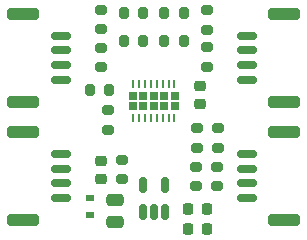
<source format=gbr>
%TF.GenerationSoftware,KiCad,Pcbnew,6.0.4-6f826c9f35~116~ubuntu20.04.1*%
%TF.CreationDate,2022-03-29T21:57:42+00:00*%
%TF.ProjectId,TFI2CADT01A,54464932-4341-4445-9430-31412e6b6963,rev?*%
%TF.SameCoordinates,PX7a53eb0PY6e37550*%
%TF.FileFunction,Paste,Bot*%
%TF.FilePolarity,Positive*%
%FSLAX46Y46*%
G04 Gerber Fmt 4.6, Leading zero omitted, Abs format (unit mm)*
G04 Created by KiCad (PCBNEW 6.0.4-6f826c9f35~116~ubuntu20.04.1) date 2022-03-29 21:57:42*
%MOMM*%
%LPD*%
G01*
G04 APERTURE LIST*
G04 Aperture macros list*
%AMRoundRect*
0 Rectangle with rounded corners*
0 $1 Rounding radius*
0 $2 $3 $4 $5 $6 $7 $8 $9 X,Y pos of 4 corners*
0 Add a 4 corners polygon primitive as box body*
4,1,4,$2,$3,$4,$5,$6,$7,$8,$9,$2,$3,0*
0 Add four circle primitives for the rounded corners*
1,1,$1+$1,$2,$3*
1,1,$1+$1,$4,$5*
1,1,$1+$1,$6,$7*
1,1,$1+$1,$8,$9*
0 Add four rect primitives between the rounded corners*
20,1,$1+$1,$2,$3,$4,$5,0*
20,1,$1+$1,$4,$5,$6,$7,0*
20,1,$1+$1,$6,$7,$8,$9,0*
20,1,$1+$1,$8,$9,$2,$3,0*%
G04 Aperture macros list end*
%ADD10RoundRect,0.200000X0.200000X0.275000X-0.200000X0.275000X-0.200000X-0.275000X0.200000X-0.275000X0*%
%ADD11RoundRect,0.218750X-0.256250X0.218750X-0.256250X-0.218750X0.256250X-0.218750X0.256250X0.218750X0*%
%ADD12RoundRect,0.225000X-0.225000X-0.250000X0.225000X-0.250000X0.225000X0.250000X-0.225000X0.250000X0*%
%ADD13R,0.700000X0.600000*%
%ADD14RoundRect,0.200000X-0.275000X0.200000X-0.275000X-0.200000X0.275000X-0.200000X0.275000X0.200000X0*%
%ADD15RoundRect,0.200000X0.275000X-0.200000X0.275000X0.200000X-0.275000X0.200000X-0.275000X-0.200000X0*%
%ADD16RoundRect,0.200000X-0.200000X-0.275000X0.200000X-0.275000X0.200000X0.275000X-0.200000X0.275000X0*%
%ADD17RoundRect,0.150000X-0.700000X0.150000X-0.700000X-0.150000X0.700000X-0.150000X0.700000X0.150000X0*%
%ADD18RoundRect,0.250000X-1.100000X0.250000X-1.100000X-0.250000X1.100000X-0.250000X1.100000X0.250000X0*%
%ADD19RoundRect,0.150000X0.700000X-0.150000X0.700000X0.150000X-0.700000X0.150000X-0.700000X-0.150000X0*%
%ADD20RoundRect,0.250000X1.100000X-0.250000X1.100000X0.250000X-1.100000X0.250000X-1.100000X-0.250000X0*%
%ADD21RoundRect,0.150000X0.150000X-0.512500X0.150000X0.512500X-0.150000X0.512500X-0.150000X-0.512500X0*%
%ADD22R,0.710000X0.670000*%
%ADD23R,0.250000X0.650000*%
%ADD24RoundRect,0.250000X-0.475000X0.250000X-0.475000X-0.250000X0.475000X-0.250000X0.475000X0.250000X0*%
%ADD25RoundRect,0.225000X-0.250000X0.225000X-0.250000X-0.225000X0.250000X-0.225000X0.250000X0.225000X0*%
G04 APERTURE END LIST*
D10*
%TO.C,R7*%
X15025000Y20269200D03*
X13375000Y20269200D03*
%TD*%
D11*
%TO.C,D1*%
X8000000Y7787500D03*
X8000000Y6212500D03*
%TD*%
D12*
%TO.C,C2*%
X15430200Y2032000D03*
X16980200Y2032000D03*
%TD*%
D13*
%TO.C,D2*%
X7112000Y4611600D03*
X7112000Y3211600D03*
%TD*%
D14*
%TO.C,R5*%
X17881600Y7288800D03*
X17881600Y5638800D03*
%TD*%
D15*
%TO.C,R16*%
X16129000Y8890000D03*
X16129000Y10540000D03*
%TD*%
D12*
%TO.C,C3*%
X15430200Y3694000D03*
X16980200Y3694000D03*
%TD*%
D14*
%TO.C,R15*%
X8000000Y20547600D03*
X8000000Y18897600D03*
%TD*%
D16*
%TO.C,R12*%
X9975000Y17907000D03*
X11625000Y17907000D03*
%TD*%
D17*
%TO.C,J5*%
X20350000Y18375000D03*
X20350000Y17125000D03*
X20350000Y15875000D03*
X20350000Y14625000D03*
D18*
X23550000Y12775000D03*
X23550000Y20225000D03*
%TD*%
D14*
%TO.C,R8*%
X17000000Y20535400D03*
X17000000Y18885400D03*
%TD*%
D19*
%TO.C,J1*%
X4650000Y4625000D03*
X4650000Y5875000D03*
X4650000Y7125000D03*
X4650000Y8375000D03*
D20*
X1450000Y10225000D03*
X1450000Y2775000D03*
%TD*%
D16*
%TO.C,R14*%
X9975000Y20269200D03*
X11625000Y20269200D03*
%TD*%
D21*
%TO.C,U1*%
X13446800Y3434500D03*
X12496800Y3434500D03*
X11546800Y3434500D03*
X11546800Y5709500D03*
X13446800Y5709500D03*
%TD*%
D15*
%TO.C,R13*%
X8000000Y15697200D03*
X8000000Y17347200D03*
%TD*%
%TO.C,R1*%
X9804400Y6236200D03*
X9804400Y7886200D03*
%TD*%
D14*
%TO.C,R6*%
X16103600Y7264400D03*
X16103600Y5614400D03*
%TD*%
%TO.C,R2*%
X8636000Y12051800D03*
X8636000Y10401800D03*
%TD*%
D10*
%TO.C,R9*%
X15025000Y17907000D03*
X13375000Y17907000D03*
%TD*%
%TO.C,R3*%
X8737600Y13766800D03*
X7087600Y13766800D03*
%TD*%
D15*
%TO.C,R17*%
X17907000Y8890000D03*
X17907000Y10540000D03*
%TD*%
D17*
%TO.C,J3*%
X20350000Y8375000D03*
X20350000Y7125000D03*
X20350000Y5875000D03*
X20350000Y4625000D03*
D18*
X23550000Y2775000D03*
X23550000Y10225000D03*
%TD*%
D19*
%TO.C,J2*%
X4650000Y14625000D03*
X4650000Y15875000D03*
X4650000Y17125000D03*
X4650000Y18375000D03*
D20*
X1450000Y20225000D03*
X1450000Y12775000D03*
%TD*%
D22*
%TO.C,U2*%
X12500000Y13267400D03*
X11620000Y12437400D03*
X14260000Y12437400D03*
X10740000Y12437400D03*
X11620000Y13267400D03*
X13380000Y12437400D03*
X14260000Y13267400D03*
X12500000Y12437400D03*
X10740000Y13267400D03*
X13380000Y13267400D03*
D23*
X10750000Y14277400D03*
X11250000Y14277400D03*
X11750000Y14277400D03*
X12250000Y14277400D03*
X12750000Y14277400D03*
X13250000Y14277400D03*
X13750000Y14277400D03*
X14250000Y14277400D03*
X14250000Y11427400D03*
X13750000Y11427400D03*
X13250000Y11427400D03*
X12750000Y11427400D03*
X12250000Y11427400D03*
X11750000Y11427400D03*
X11250000Y11427400D03*
X10750000Y11427400D03*
%TD*%
D24*
%TO.C,C1*%
X9245600Y4455200D03*
X9245600Y2555200D03*
%TD*%
D15*
%TO.C,R10*%
X17000000Y15735800D03*
X17000000Y17385800D03*
%TD*%
D25*
%TO.C,C4*%
X16383000Y14097000D03*
X16383000Y12547000D03*
%TD*%
M02*

</source>
